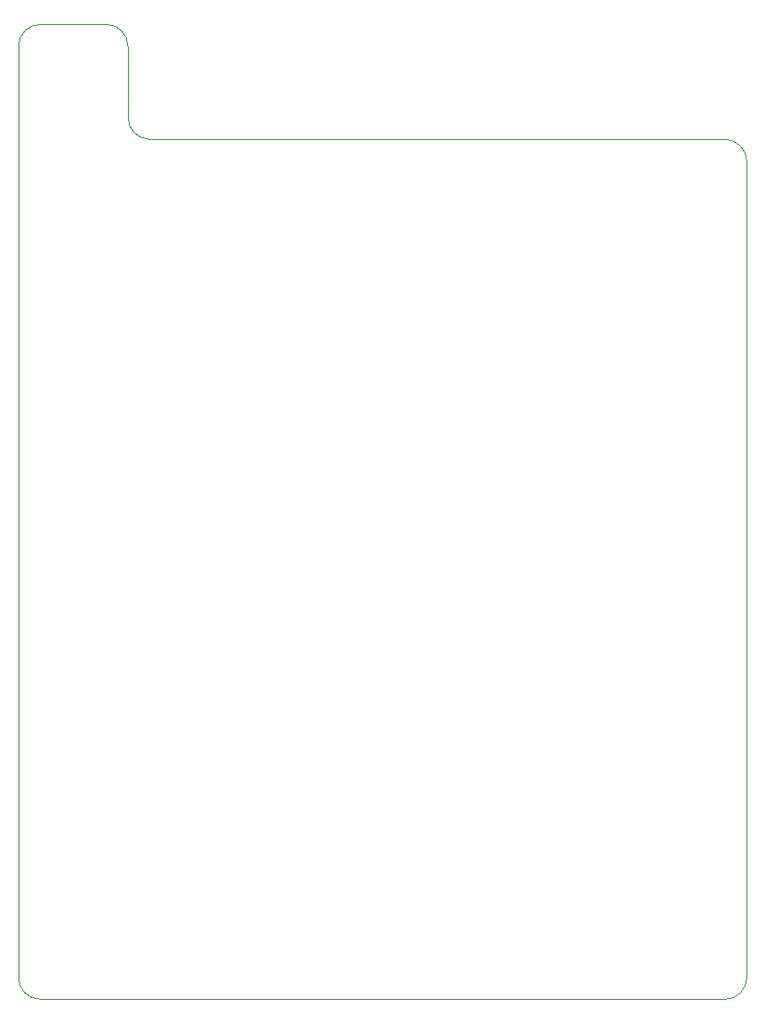
<source format=gm1>
G04 #@! TF.GenerationSoftware,KiCad,Pcbnew,5.1.9+dfsg1-1+deb11u1*
G04 #@! TF.CreationDate,2023-02-14T20:28:48+09:00*
G04 #@! TF.ProjectId,zenfone-max-m2-battery-breakout,7a656e66-6f6e-4652-9d6d-61782d6d322d,rev?*
G04 #@! TF.SameCoordinates,Original*
G04 #@! TF.FileFunction,Profile,NP*
%FSLAX46Y46*%
G04 Gerber Fmt 4.6, Leading zero omitted, Abs format (unit mm)*
G04 Created by KiCad (PCBNEW 5.1.9+dfsg1-1+deb11u1) date 2023-02-14 20:28:48*
%MOMM*%
%LPD*%
G01*
G04 APERTURE LIST*
G04 #@! TA.AperFunction,Profile*
%ADD10C,0.050000*%
G04 #@! TD*
G04 APERTURE END LIST*
D10*
X143750000Y-50000000D02*
X149750000Y-50000000D01*
X153750000Y-60500000D02*
X206250000Y-60500000D01*
X151750000Y-52000000D02*
X151750000Y-58500000D01*
X208250000Y-62500000D02*
X208250000Y-137000000D01*
X143750000Y-139000000D02*
G75*
G02*
X141750000Y-137000000I0J2000000D01*
G01*
X208250000Y-137000000D02*
G75*
G02*
X206250000Y-139000000I-2000000J0D01*
G01*
X206250000Y-60500000D02*
G75*
G02*
X208250000Y-62500000I0J-2000000D01*
G01*
X153750000Y-60500000D02*
G75*
G02*
X151750000Y-58500000I0J2000000D01*
G01*
X149750000Y-50000000D02*
G75*
G02*
X151750000Y-52000000I0J-2000000D01*
G01*
X141750000Y-52000000D02*
G75*
G02*
X143750000Y-50000000I2000000J0D01*
G01*
X143750000Y-139000000D02*
X206250000Y-139000000D01*
X141750000Y-52000000D02*
X141750000Y-137000000D01*
M02*

</source>
